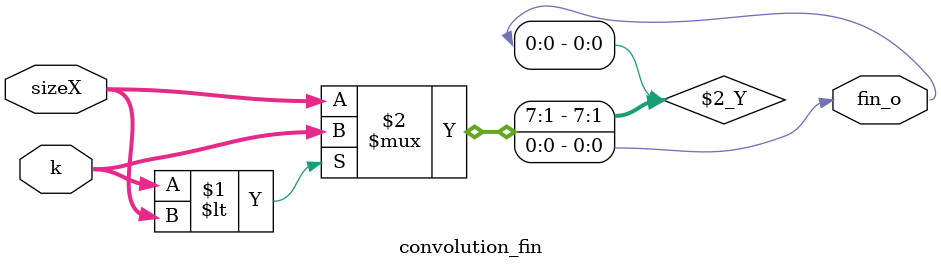
<source format=sv>
module convolution_fin#(
   parameter DATAWIDTH =8)
(
    input wire [DATAWIDTH-1:0] sizeX,
    input wire [DATAWIDTH-1:0] k, 
    output logic fin_o
);

assign fin_o = ( k < sizeX ) ? k : sizeX;
endmodule
</source>
